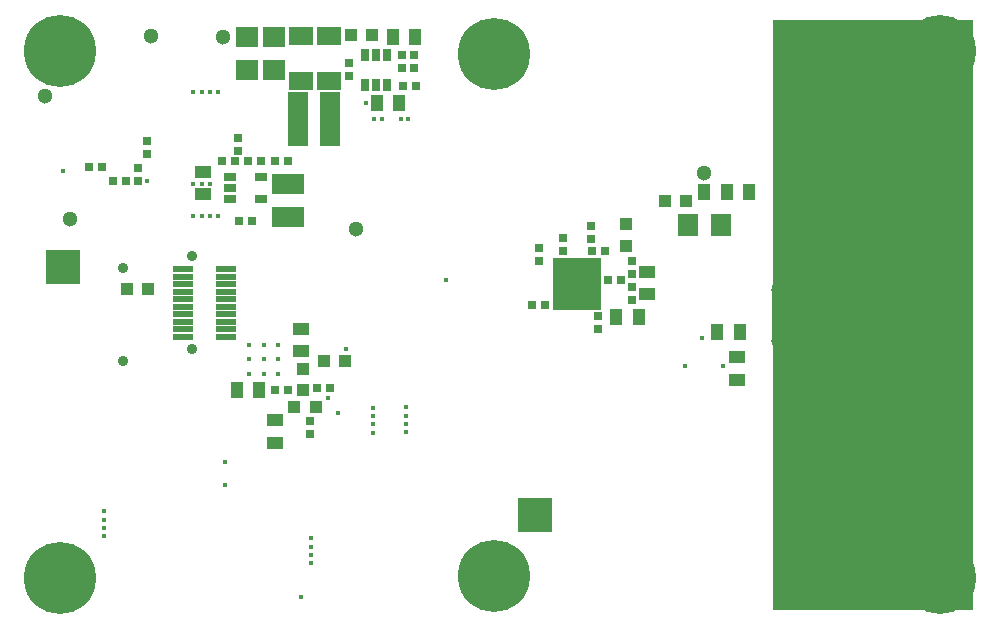
<source format=gbs>
G04 Layer_Color=16711935*
%FSLAX44Y44*%
%MOMM*%
G71*
G01*
G75*
%ADD73C,0.8000*%
%ADD109R,3.0000X3.0000*%
%ADD114R,1.0000X1.1000*%
%ADD115R,1.1000X1.0000*%
%ADD116R,0.7000X0.7000*%
%ADD119R,0.7000X0.7000*%
%ADD120R,1.7000X0.5000*%
%ADD121R,1.7000X0.5000*%
%ADD133R,1.1000X1.4000*%
%ADD135R,1.7000X4.6000*%
%ADD136R,1.4000X1.1000*%
%ADD138R,1.9000X1.7000*%
%ADD146R,2.8000X1.7000*%
%ADD148R,1.7000X1.9000*%
%ADD151C,0.9000*%
%ADD152C,6.1000*%
%ADD153R,3.8000X5.1000*%
%ADD154C,1.3000*%
%ADD155O,2.1000X4.1000*%
%ADD156C,3.5000*%
%ADD157C,0.4500*%
%ADD158C,0.8500*%
%ADD159R,4.1902X4.4000*%
%ADD160R,17.0500X50.0000*%
%ADD161R,2.0000X1.5000*%
%ADD162R,0.8000X1.1000*%
%ADD163R,1.1000X0.8000*%
%ADD164R,1.1000X0.8000*%
D73*
X634022Y270736D02*
D03*
Y227936D02*
D03*
X664022Y270736D02*
D03*
Y227936D02*
D03*
D109*
X30000Y290000D02*
D03*
X430000Y80000D02*
D03*
X710000Y470000D02*
D03*
D114*
X251000Y211000D02*
D03*
X269000D02*
D03*
X292000Y487000D02*
D03*
X274000D02*
D03*
X540000Y346000D02*
D03*
X558000D02*
D03*
X226000Y172000D02*
D03*
X244000D02*
D03*
X102000Y271500D02*
D03*
X84000D02*
D03*
D115*
X233000Y204000D02*
D03*
Y186000D02*
D03*
X506500Y308500D02*
D03*
Y326500D02*
D03*
D116*
X239000Y149000D02*
D03*
Y160000D02*
D03*
X327500Y459000D02*
D03*
Y470000D02*
D03*
X317000Y470000D02*
D03*
Y459000D02*
D03*
X272000Y452000D02*
D03*
Y463000D02*
D03*
X477500Y325135D02*
D03*
Y314135D02*
D03*
X101000Y386000D02*
D03*
Y397000D02*
D03*
X178500Y399500D02*
D03*
Y388500D02*
D03*
X512000Y284000D02*
D03*
Y295000D02*
D03*
X433500Y295500D02*
D03*
Y306500D02*
D03*
X512000Y262000D02*
D03*
Y273000D02*
D03*
X483000Y238000D02*
D03*
Y249000D02*
D03*
X93500Y363000D02*
D03*
Y374000D02*
D03*
X453500Y303500D02*
D03*
Y314500D02*
D03*
D119*
X256000Y187500D02*
D03*
X245000D02*
D03*
X220500Y186000D02*
D03*
X209500D02*
D03*
X318000Y443500D02*
D03*
X329000D02*
D03*
X179500Y329500D02*
D03*
X190500D02*
D03*
X72500Y363000D02*
D03*
X83500D02*
D03*
X491500Y279000D02*
D03*
X502500D02*
D03*
X186750Y380000D02*
D03*
X197750D02*
D03*
X220500D02*
D03*
X209500D02*
D03*
X438000Y258000D02*
D03*
X427000D02*
D03*
X52000Y375000D02*
D03*
X63000D02*
D03*
X175500Y380000D02*
D03*
X164500D02*
D03*
X488804Y303500D02*
D03*
X477804D02*
D03*
D120*
X132000Y288575D02*
D03*
X168000D02*
D03*
X132000Y282225D02*
D03*
X168000D02*
D03*
X132000Y275875D02*
D03*
X168000D02*
D03*
X132000Y269525D02*
D03*
X168000D02*
D03*
X132000Y263175D02*
D03*
X168000D02*
D03*
D121*
X132000Y256825D02*
D03*
X168000D02*
D03*
X132000Y250475D02*
D03*
X168000D02*
D03*
X132000Y244125D02*
D03*
X168000D02*
D03*
X132000Y237775D02*
D03*
X168000D02*
D03*
Y231425D02*
D03*
X132000D02*
D03*
D133*
X584000Y235000D02*
D03*
X603000D02*
D03*
X177500Y186500D02*
D03*
X196500D02*
D03*
X592000Y353500D02*
D03*
X611000D02*
D03*
X309500Y485000D02*
D03*
X328500D02*
D03*
X296000Y429000D02*
D03*
X315000D02*
D03*
X592000Y353500D02*
D03*
X573000D02*
D03*
X517500Y248000D02*
D03*
X498500D02*
D03*
D135*
X256500Y416000D02*
D03*
X229500D02*
D03*
D136*
X210000Y141500D02*
D03*
Y160500D02*
D03*
X232000Y238000D02*
D03*
Y219000D02*
D03*
X525000Y286500D02*
D03*
Y267500D02*
D03*
X149000Y371000D02*
D03*
Y352000D02*
D03*
X601136Y195000D02*
D03*
Y214000D02*
D03*
D138*
X186000Y457000D02*
D03*
Y485000D02*
D03*
X208500D02*
D03*
Y457000D02*
D03*
D146*
X221000Y361000D02*
D03*
Y333000D02*
D03*
D148*
X587500Y326000D02*
D03*
X559500D02*
D03*
D151*
X81000Y210750D02*
D03*
Y289250D02*
D03*
X139000Y220750D02*
D03*
Y299250D02*
D03*
D152*
X395500Y29000D02*
D03*
X27500Y473000D02*
D03*
X772500D02*
D03*
X395500Y471000D02*
D03*
X27500Y27000D02*
D03*
X772500D02*
D03*
D153*
X649022Y249336D02*
D03*
D154*
X671000Y9500D02*
D03*
X105000Y486000D02*
D03*
X166000Y485000D02*
D03*
X278000Y322500D02*
D03*
X15000Y435000D02*
D03*
X573000Y370000D02*
D03*
X670500Y481000D02*
D03*
X36000Y331000D02*
D03*
D155*
X650000Y150000D02*
D03*
Y350000D02*
D03*
D156*
X772500Y340000D02*
D03*
Y160000D02*
D03*
D157*
X232000Y11000D02*
D03*
X254499Y179500D02*
D03*
X269499Y220500D02*
D03*
X263000Y167000D02*
D03*
X286500Y429000D02*
D03*
X101000Y363499D02*
D03*
X167500Y106000D02*
D03*
Y125000D02*
D03*
X320500Y157500D02*
D03*
X320500Y150500D02*
D03*
X320500Y164500D02*
D03*
Y171500D02*
D03*
X292500Y157000D02*
D03*
X292500Y150000D02*
D03*
X292500Y164000D02*
D03*
Y171000D02*
D03*
X65000Y76500D02*
D03*
X65000Y83500D02*
D03*
X65000Y69500D02*
D03*
Y62500D02*
D03*
X240500Y39500D02*
D03*
Y46500D02*
D03*
X240500Y60500D02*
D03*
X240500Y53500D02*
D03*
X154500Y361000D02*
D03*
X147500D02*
D03*
X140500D02*
D03*
X154500Y333500D02*
D03*
X161500D02*
D03*
X147500D02*
D03*
X140500D02*
D03*
X161500Y438500D02*
D03*
X154500D02*
D03*
X140500D02*
D03*
X147500D02*
D03*
X322500Y416000D02*
D03*
X316000D02*
D03*
X300000D02*
D03*
X293500D02*
D03*
X30500Y371500D02*
D03*
X354500Y279000D02*
D03*
X571000Y230000D02*
D03*
X557000Y206500D02*
D03*
X589000D02*
D03*
X465500Y258000D02*
D03*
Y294000D02*
D03*
X447500Y276000D02*
D03*
X483500D02*
D03*
Y258000D02*
D03*
Y294000D02*
D03*
X447500D02*
D03*
Y258000D02*
D03*
X200000Y212000D02*
D03*
Y224000D02*
D03*
X212000D02*
D03*
Y212000D02*
D03*
Y200000D02*
D03*
X200000D02*
D03*
X188000D02*
D03*
Y212000D02*
D03*
Y224000D02*
D03*
D158*
X465500Y276000D02*
D03*
D159*
X465451Y276000D02*
D03*
D160*
X715750Y250000D02*
D03*
D161*
X255000Y448000D02*
D03*
Y486000D02*
D03*
X231500Y448000D02*
D03*
Y486000D02*
D03*
D162*
X295000Y470000D02*
D03*
X285500D02*
D03*
Y444000D02*
D03*
X295000D02*
D03*
X304500D02*
D03*
Y470000D02*
D03*
D163*
X172000Y357000D02*
D03*
Y366500D02*
D03*
X198000Y347500D02*
D03*
Y366500D02*
D03*
D164*
X172000Y347500D02*
D03*
M02*

</source>
